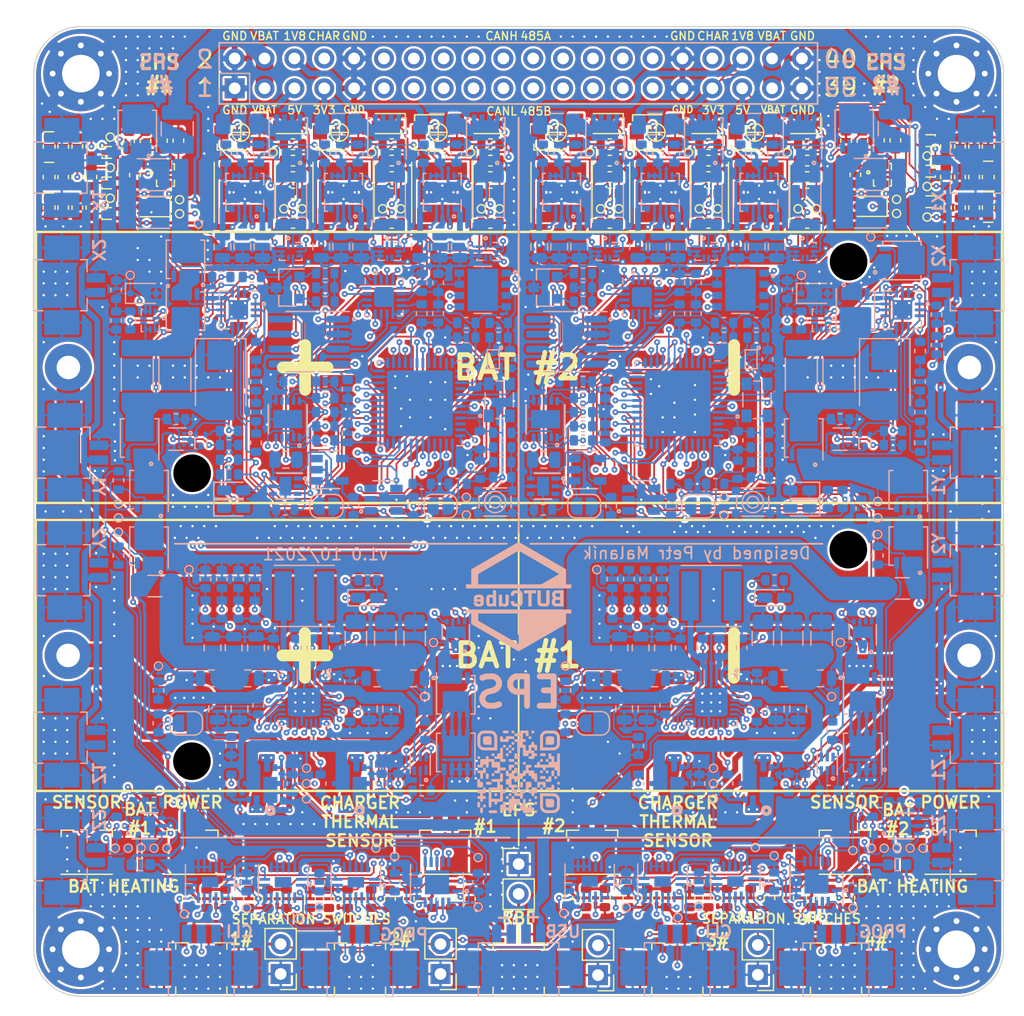
<source format=kicad_pcb>
(kicad_pcb (version 20210623) (generator pcbnew)

  (general
    (thickness 1)
  )

  (paper "A4")
  (title_block
    (title "BUTCube - EPS")
    (date "2021-08-20")
    (rev "v1.0")
    (company "VUT - FIT(STRaDe) & FME(IAE & IPE)")
    (comment 1 "Author: Petr Malaník")
  )

  (layers
    (0 "F.Cu" signal)
    (1 "In1.Cu" power)
    (2 "In2.Cu" mixed)
    (31 "B.Cu" signal)
    (32 "B.Adhes" user "B.Adhesive")
    (33 "F.Adhes" user "F.Adhesive")
    (34 "B.Paste" user)
    (35 "F.Paste" user)
    (36 "B.SilkS" user "B.Silkscreen")
    (37 "F.SilkS" user "F.Silkscreen")
    (38 "B.Mask" user)
    (39 "F.Mask" user)
    (40 "Dwgs.User" user "User.Drawings")
    (41 "Cmts.User" user "User.Comments")
    (42 "Eco1.User" user "User.Eco1")
    (43 "Eco2.User" user "User.Eco2")
    (44 "Edge.Cuts" user)
    (45 "Margin" user)
    (46 "B.CrtYd" user "B.Courtyard")
    (47 "F.CrtYd" user "F.Courtyard")
    (48 "B.Fab" user)
    (49 "F.Fab" user)
    (50 "User.1" user)
    (51 "User.2" user)
    (52 "User.3" user)
    (53 "User.4" user)
    (54 "User.5" user)
    (55 "User.6" user)
    (56 "User.7" user)
    (57 "User.8" user)
    (58 "User.9" user)
  )

  (setup
    (stackup
      (layer "F.SilkS" (type "Top Silk Screen"))
      (layer "F.Paste" (type "Top Solder Paste"))
      (layer "F.Mask" (type "Top Solder Mask") (color "Green") (thickness 0.01))
      (layer "F.Cu" (type "copper") (thickness 0.035))
      (layer "dielectric 1" (type "core") (thickness 0.28) (material "FR4") (epsilon_r 4.5) (loss_tangent 0.02))
      (layer "In1.Cu" (type "copper") (thickness 0.035))
      (layer "dielectric 2" (type "prepreg") (thickness 0.28) (material "FR4") (epsilon_r 4.5) (loss_tangent 0.02))
      (layer "In2.Cu" (type "copper") (thickness 0.035))
      (layer "dielectric 3" (type "core") (thickness 0.28) (material "FR4") (epsilon_r 4.5) (loss_tangent 0.02))
      (layer "B.Cu" (type "copper") (thickness 0.035))
      (layer "B.Mask" (type "Bottom Solder Mask") (color "Green") (thickness 0.01))
      (layer "B.Paste" (type "Bottom Solder Paste"))
      (layer "B.SilkS" (type "Bottom Silk Screen"))
      (copper_finish "Immersion gold")
      (dielectric_constraints no)
    )
    (pad_to_mask_clearance 0)
    (pcbplotparams
      (layerselection 0x00010f0_ffffffff)
      (disableapertmacros false)
      (usegerberextensions true)
      (usegerberattributes true)
      (usegerberadvancedattributes true)
      (creategerberjobfile true)
      (svguseinch false)
      (svgprecision 6)
      (excludeedgelayer true)
      (plotframeref false)
      (viasonmask false)
      (mode 1)
      (useauxorigin false)
      (hpglpennumber 1)
      (hpglpenspeed 20)
      (hpglpendiameter 15.000000)
      (dxfpolygonmode true)
      (dxfimperialunits true)
      (dxfusepcbnewfont true)
      (psnegative false)
      (psa4output false)
      (plotreference true)
      (plotvalue true)
      (plotinvisibletext false)
      (sketchpadsonfab false)
      (subtractmaskfromsilk false)
      (outputformat 1)
      (mirror false)
      (drillshape 0)
      (scaleselection 1)
      (outputdirectory "gerbers")
    )
  )

  (net 0 "")
  (net 1 "Net-(C1-Pad1)")
  (net 2 "/Unit #1/Battery charger/VBUS")
  (net 3 "/Unit #1/MCU/MCU_POWER")
  (net 4 "/Unit #1/Battery charger/SOLAR_IN")
  (net 5 "/USB power/USB_POWER")
  (net 6 "Net-(C6-Pad1)")
  (net 7 "Net-(C6-Pad2)")
  (net 8 "Net-(C7-Pad1)")
  (net 9 "GND")
  (net 10 "Net-(C7-Pad2)")
  (net 11 "Net-(C8-Pad1)")
  (net 12 "/Unit #1/Battery charger/PMID")
  (net 13 "/Unit #1/Battery charger/SYS")
  (net 14 "/Unit #1/Battery charger/REGN")
  (net 15 "/Unit #1/Activation control/PWR_OUT")
  (net 16 "Net-(C29-Pad1)")
  (net 17 "/Unit #1/MCU/OUT_CUR")
  (net 18 "Net-(C32-Pad1)")
  (net 19 "/Unit #1/MCU/VREF")
  (net 20 "Net-(C47-Pad1)")
  (net 21 "/Unit #2/MCU/MCU_POWER")
  (net 22 "/Unit #2/Battery charger/SOLAR_IN")
  (net 23 "Net-(C52-Pad1)")
  (net 24 "Net-(C52-Pad2)")
  (net 25 "Net-(C53-Pad1)")
  (net 26 "Net-(C53-Pad2)")
  (net 27 "Net-(C54-Pad1)")
  (net 28 "/Unit #2/Battery charger/PMID")
  (net 29 "/Unit #2/Battery charger/SYS")
  (net 30 "/Unit #2/Battery charger/REGN")
  (net 31 "/Unit #2/Activation control/PWR_OUT")
  (net 32 "Net-(C75-Pad1)")
  (net 33 "/Unit #2/MCU/OUT_CUR")
  (net 34 "Net-(C78-Pad1)")
  (net 35 "/Unit #2/MCU/VREF")
  (net 36 "Net-(C93-Pad1)")
  (net 37 "Net-(C94-Pad1)")
  (net 38 "/Unit #1/Output control/PWR_OUT")
  (net 39 "Net-(C96-Pad1)")
  (net 40 "Net-(C97-Pad1)")
  (net 41 "/Unit #2/Output control/PWR_OUT")
  (net 42 "Net-(C101-Pad1)")
  (net 43 "Net-(C102-Pad1)")
  (net 44 "Net-(C106-Pad1)")
  (net 45 "Net-(C107-Pad1)")
  (net 46 "Net-(C111-Pad1)")
  (net 47 "Net-(C112-Pad1)")
  (net 48 "Net-(C116-Pad1)")
  (net 49 "Net-(C117-Pad1)")
  (net 50 "Net-(C121-Pad1)")
  (net 51 "Net-(C122-Pad1)")
  (net 52 "/Unit #1/ADC/VBAT_CUR")
  (net 53 "/Unit #2/ADC/VBAT_CUR")
  (net 54 "Net-(C129-Pad1)")
  (net 55 "Net-(C130-Pad1)")
  (net 56 "Net-(C131-Pad1)")
  (net 57 "Net-(C132-Pad1)")
  (net 58 "Net-(C133-Pad1)")
  (net 59 "/Unit #2/Activation control/Activation logic/PWR_IN")
  (net 60 "Net-(C138-Pad1)")
  (net 61 "Net-(C139-Pad1)")
  (net 62 "Net-(C140-Pad1)")
  (net 63 "Net-(C141-Pad1)")
  (net 64 "Net-(C142-Pad1)")
  (net 65 "/Unit #1/Activation control/Activation logic/PWR_IN")
  (net 66 "Net-(D2-Pad2)")
  (net 67 "/Stack connector/CAN_L")
  (net 68 "/Stack connector/CAN_H")
  (net 69 "/Unit #1/ADC/1V8_CUR")
  (net 70 "/Unit #2/ADC/1V8_CUR")
  (net 71 "/Unit #1/ADC/3V3_CUR")
  (net 72 "/Unit #2/ADC/3V3_CUR")
  (net 73 "/Unit #1/ADC/5V_CUR")
  (net 74 "/Unit #2/ADC/5V_CUR")
  (net 75 "/Unit #1/Activation control/PWR_IN")
  (net 76 "/Unit #1/MCU/POWER")
  (net 77 "Net-(F3-Pad2)")
  (net 78 "/Unit #2/Activation control/PWR_IN")
  (net 79 "/Unit #2/MCU/POWER")
  (net 80 "Net-(F6-Pad2)")
  (net 81 "Net-(F7-Pad1)")
  (net 82 "/Unit #1/1V8")
  (net 83 "Net-(F8-Pad1)")
  (net 84 "/Unit #2/1V8")
  (net 85 "Net-(F9-Pad1)")
  (net 86 "/Unit #1/3V3")
  (net 87 "Net-(F10-Pad1)")
  (net 88 "/Unit #2/3V3")
  (net 89 "Net-(F11-Pad1)")
  (net 90 "/Unit #1/5V")
  (net 91 "Net-(F12-Pad1)")
  (net 92 "/Unit #2/5V")
  (net 93 "Net-(F13-Pad1)")
  (net 94 "/Unit #1/VBAT")
  (net 95 "Net-(F14-Pad1)")
  (net 96 "/Unit #2/VBAT")
  (net 97 "Net-(J7-Pad1)")
  (net 98 "/Unit #1/MCU/DBG_TX")
  (net 99 "/Unit #1/MCU/DBG_RX")
  (net 100 "/Unit #1/MCU/SWCLK")
  (net 101 "/Unit #1/MCU/SWDIO")
  (net 102 "/Unit #1/Battery temperature control/NTC_OUT")
  (net 103 "Net-(J11-Pad1)")
  (net 104 "/Stack connector/EPS#1_CHARGE")
  (net 105 "/Stack connector/RS_485_~{B}")
  (net 106 "/Stack connector/RS_485_A")
  (net 107 "/Stack connector/EPS#2_CHARGE")
  (net 108 "Net-(J19-Pad1)")
  (net 109 "/Unit #2/MCU/DBG_TX")
  (net 110 "/Unit #2/MCU/DBG_RX")
  (net 111 "/Unit #2/MCU/SWCLK")
  (net 112 "/Unit #2/MCU/SWDIO")
  (net 113 "/Unit #2/Battery temperature control/NTC_OUT")
  (net 114 "Net-(J23-Pad1)")
  (net 115 "/Activation switches/RBF_PIN")
  (net 116 "/Activation switches/SW_#1")
  (net 117 "/Activation switches/SW_#2")
  (net 118 "/Activation switches/SW_#3")
  (net 119 "/Activation switches/SW_#4")
  (net 120 "Net-(JP1-Pad2)")
  (net 121 "Net-(JP2-Pad1)")
  (net 122 "/Unit #1/MCU/NRST")
  (net 123 "Net-(JP3-Pad1)")
  (net 124 "Net-(JP3-Pad2)")
  (net 125 "Net-(JP4-Pad2)")
  (net 126 "Net-(JP5-Pad1)")
  (net 127 "/Unit #2/MCU/NRST")
  (net 128 "Net-(JP6-Pad1)")
  (net 129 "Net-(JP6-Pad2)")
  (net 130 "Net-(L3-Pad1)")
  (net 131 "Net-(L3-Pad2)")
  (net 132 "Net-(L4-Pad1)")
  (net 133 "Net-(L4-Pad2)")
  (net 134 "Net-(L5-Pad1)")
  (net 135 "Net-(L5-Pad2)")
  (net 136 "Net-(L6-Pad1)")
  (net 137 "Net-(L6-Pad2)")
  (net 138 "Net-(L7-Pad1)")
  (net 139 "Net-(L7-Pad2)")
  (net 140 "Net-(L8-Pad1)")
  (net 141 "Net-(L8-Pad2)")
  (net 142 "Net-(Q1-PadG1)")
  (net 143 "Net-(Q1-PadS1)")
  (net 144 "Net-(Q2-PadG1)")
  (net 145 "Net-(Q2-PadS1)")
  (net 146 "/Unit #1/Activation control/Activation logic/SEP_EN")
  (net 147 "Net-(Q3-Pad5)")
  (net 148 "/Unit #1/Activation control/Activation logic/RBF_EN")
  (net 149 "Net-(Q5-Pad1)")
  (net 150 "Net-(Q5-Pad3)")
  (net 151 "Net-(Q7-Pad1)")
  (net 152 "Net-(Q7-Pad4)")
  (net 153 "Net-(Q7-Pad5)")
  (net 154 "Net-(Q9-PadG1)")
  (net 155 "Net-(Q9-PadS1)")
  (net 156 "Net-(Q10-PadG1)")
  (net 157 "Net-(Q10-PadS1)")
  (net 158 "/Unit #2/Activation control/Activation logic/SEP_EN")
  (net 159 "Net-(Q11-Pad5)")
  (net 160 "/Unit #2/Activation control/Activation logic/RBF_EN")
  (net 161 "Net-(Q13-Pad1)")
  (net 162 "Net-(Q13-Pad3)")
  (net 163 "Net-(Q15-Pad1)")
  (net 164 "Net-(Q15-Pad4)")
  (net 165 "Net-(Q15-Pad5)")
  (net 166 "Net-(Q17-Pad4)")
  (net 167 "Net-(Q17-Pad5)")
  (net 168 "Net-(Q18-Pad1)")
  (net 169 "Net-(Q18-Pad4)")
  (net 170 "Net-(Q19-Pad4)")
  (net 171 "Net-(Q19-Pad5)")
  (net 172 "Net-(Q20-Pad1)")
  (net 173 "Net-(Q20-Pad4)")
  (net 174 "/Unit #1/Power supplies/Power_supply_1V8/PER_POWER")
  (net 175 "/Unit #1/MCU/1V8_EN")
  (net 176 "/Unit #2/Power supplies/Power_supply_1V8/PER_POWER")
  (net 177 "/Unit #2/MCU/1V8_EN")
  (net 178 "/Unit #1/MCU/3V3_EN")
  (net 179 "/Unit #2/MCU/3V3_EN")
  (net 180 "/Unit #1/Power supplies/Power_supply_5V/PER_POWER")
  (net 181 "/Unit #1/MCU/5V_EN")
  (net 182 "/Unit #2/Power supplies/Power_supply_5V/PER_POWER")
  (net 183 "/Unit #2/MCU/5V_EN")
  (net 184 "Net-(Q27-Pad1)")
  (net 185 "/Unit #1/MCU/VBAT_EN")
  (net 186 "Net-(Q28-Pad1)")
  (net 187 "/Unit #2/MCU/VBAT_EN")
  (net 188 "/Unit #1/Battery charger/D+")
  (net 189 "/Unit #1/Battery charger/D-")
  (net 190 "Net-(R5-Pad2)")
  (net 191 "Net-(R6-Pad2)")
  (net 192 "Net-(R7-Pad1)")
  (net 193 "Net-(R8-Pad2)")
  (net 194 "Net-(D1-Pad2)")
  (net 195 "Net-(R11-Pad1)")
  (net 196 "Net-(R16-Pad2)")
  (net 197 "Net-(R17-Pad2)")
  (net 198 "Net-(R18-Pad2)")
  (net 199 "Net-(R21-Pad2)")
  (net 200 "Net-(R22-Pad1)")
  (net 201 "Net-(R24-Pad2)")
  (net 202 "/Unit #1/MCU/VBAT")
  (net 203 "/Unit #1/MCU/VDDUSB")
  (net 204 "Net-(R30-Pad1)")
  (net 205 "/Unit #1/MCU/CAN_RS")
  (net 206 "/Unit #1/MCU/RS_485_R_EN")
  (net 207 "/Unit #1/MCU/RS_485_T_EN")
  (net 208 "/Unit #1/Battery temperature control/EN")
  (net 209 "/Unit #1/Battery temperature control/NTC_REF")
  (net 210 "/Unit #2/Battery charger/D+")
  (net 211 "/Unit #2/Battery charger/D-")
  (net 212 "Net-(R47-Pad2)")
  (net 213 "Net-(R57-Pad2)")
  (net 214 "/Unit #2/MCU/VBAT")
  (net 215 "/Unit #2/MCU/VDDUSB")
  (net 216 "/Unit #2/MCU/CAN_RS")
  (net 217 "/Unit #2/MCU/RS_485_R_EN")
  (net 218 "/Unit #2/MCU/RS_485_T_EN")
  (net 219 "/Unit #2/Battery temperature control/EN")
  (net 220 "/Unit #2/Battery temperature control/NTC_REF")
  (net 221 "Net-(R82-Pad1)")
  (net 222 "Net-(R91-Pad2)")
  (net 223 "Net-(R98-Pad2)")
  (net 224 "Net-(R105-Pad2)")
  (net 225 "Net-(R112-Pad2)")
  (net 226 "Net-(R119-Pad2)")
  (net 227 "/Unit #1/Battery temperature control/~{FAULT}")
  (net 228 "/Unit #2/Battery temperature control/~{FAULT}")
  (net 229 "Net-(TP61-Pad1)")
  (net 230 "Net-(TP62-Pad1)")
  (net 231 "Net-(TP63-Pad1)")
  (net 232 "Net-(TP64-Pad1)")
  (net 233 "Net-(TP67-Pad1)")
  (net 234 "Net-(TP69-Pad1)")
  (net 235 "Net-(TP70-Pad1)")
  (net 236 "Net-(TP71-Pad1)")
  (net 237 "Net-(TP72-Pad1)")
  (net 238 "Net-(TP75-Pad1)")
  (net 239 "/Unit #1/ADC/~{CS}")
  (net 240 "/Unit #1/MCU/SPI_MISO")
  (net 241 "/Unit #1/MCU/SPI_SCK")
  (net 242 "/Unit #1/MCU/SPI_MOSI")
  (net 243 "Net-(D1-Pad1)")
  (net 244 "/Unit #1/Battery charger/SCL")
  (net 245 "/Unit #1/Battery charger/SDA")
  (net 246 "/Unit #1/Battery charger/~{INT}")
  (net 247 "/Unit #1/MCU/WDG_RESET")
  (net 248 "/Unit #1/MCU/FRAM_CS")
  (net 249 "/Unit #1/MCU/LSE")
  (net 250 "/Unit #1/MCU/HSE")
  (net 251 "/Unit #1/Battery charger/BAT_ALERT")
  (net 252 "/Unit #1/MCU/RS_485_R")
  (net 253 "/Unit #1/MCU/RS_485_T")
  (net 254 "/Unit #1/MCU/CAN_RX")
  (net 255 "/Unit #1/MCU/CAN_TX")
  (net 256 "/Unit #2/ADC/~{CS}")
  (net 257 "/Unit #2/MCU/SPI_MISO")
  (net 258 "/Unit #2/MCU/SPI_SCK")
  (net 259 "/Unit #2/MCU/SPI_MOSI")
  (net 260 "Net-(D5-Pad1)")
  (net 261 "/Unit #2/Battery charger/SCL")
  (net 262 "/Unit #2/Battery charger/SDA")
  (net 263 "/Unit #2/Battery charger/~{INT}")
  (net 264 "/Unit #2/MCU/WDG_RESET")
  (net 265 "/Unit #2/MCU/FRAM_CS")
  (net 266 "/Unit #2/MCU/LSE")
  (net 267 "/Unit #2/MCU/HSE")
  (net 268 "/Unit #2/Battery charger/BAT_ALERT")
  (net 269 "/Unit #2/MCU/RS_485_R")
  (net 270 "/Unit #2/MCU/RS_485_T")
  (net 271 "/Unit #2/MCU/CAN_RX")
  (net 272 "/Unit #2/MCU/CAN_TX")
  (net 273 "Net-(U52-Pad6)")
  (net 274 "Net-(U53-Pad8)")
  (net 275 "Net-(U54-Pad12)")
  (net 276 "Net-(U48-Pad6)")
  (net 277 "Net-(U48-Pad8)")
  (net 278 "Net-(U48-Pad12)")
  (net 279 "Net-(U49-Pad10)")
  (net 280 "Net-(U49-Pad8)")
  (net 281 "Net-(U49-Pad12)")
  (net 282 "Net-(U50-Pad12)")
  (net 283 "Net-(U52-Pad8)")
  (net 284 "Net-(U52-Pad12)")
  (net 285 "Net-(U53-Pad10)")
  (net 286 "Net-(U53-Pad12)")
  (net 287 "Net-(D4-Pad1)")
  (net 288 "Net-(D7-Pad1)")
  (net 289 "Net-(D7-Pad2)")
  (net 290 "Net-(D8-Pad2)")
  (net 291 "Net-(D10-Pad1)")
  (net 292 "Net-(D11-Pad1)")
  (net 293 "/Unit #1/MCU/LED1")
  (net 294 "/Unit #1/MCU/LED2")
  (net 295 "Net-(R41-Pad1)")
  (net 296 "Net-(R46-Pad2)")
  (net 297 "Net-(R48-Pad1)")
  (net 298 "Net-(R49-Pad2)")
  (net 299 "Net-(R52-Pad1)")
  (net 300 "Net-(R58-Pad2)")
  (net 301 "Net-(R59-Pad2)")
  (net 302 "Net-(R62-Pad2)")
  (net 303 "Net-(R63-Pad1)")
  (net 304 "Net-(R65-Pad2)")
  (net 305 "Net-(R71-Pad1)")
  (net 306 "/Unit #2/MCU/LED1")
  (net 307 "/Unit #2/MCU/LED2")
  (net 308 "Net-(R84-Pad1)")
  (net 309 "Net-(R86-Pad1)")
  (net 310 "Net-(R88-Pad2)")
  (net 311 "Net-(R89-Pad1)")
  (net 312 "Net-(R95-Pad2)")
  (net 313 "Net-(R96-Pad1)")
  (net 314 "Net-(R102-Pad2)")
  (net 315 "Net-(R103-Pad1)")
  (net 316 "Net-(R109-Pad2)")
  (net 317 "Net-(R110-Pad1)")
  (net 318 "Net-(R116-Pad2)")
  (net 319 "Net-(R117-Pad1)")
  (net 320 "Net-(R123-Pad2)")
  (net 321 "Net-(R124-Pad1)")
  (net 322 "Net-(R126-Pad2)")
  (net 323 "Net-(R132-Pad2)")
  (net 324 "Net-(R137-Pad2)")
  (net 325 "/Unit #1/Battery charger/BAT+")
  (net 326 "/Unit #2/Battery charger/BAT+")
  (net 327 "/Unit #1/ADC/VBAT_DIV")
  (net 328 "/Unit #1/ADC/3V3_DIV")
  (net 329 "/Unit #1/ADC/5V_DIV")
  (net 330 "/Unit #2/ADC/VBAT_DIV")
  (net 331 "/Unit #2/ADC/3V3_DIV")
  (net 332 "/Unit #2/ADC/5V_DIV")
  (net 333 "unconnected-(J12-Pad11)")
  (net 334 "unconnected-(J12-Pad12)")
  (net 335 "unconnected-(J12-Pad13)")
  (net 336 "unconnected-(J12-Pad14)")
  (net 337 "unconnected-(J12-Pad15)")
  (net 338 "unconnected-(J12-Pad16)")
  (net 339 "unconnected-(J12-Pad17)")
  (net 340 "unconnected-(J12-Pad18)")
  (net 341 "unconnected-(J12-Pad23)")
  (net 342 "unconnected-(J12-Pad24)")
  (net 343 "unconnected-(J12-Pad25)")
  (net 344 "unconnected-(J12-Pad26)")
  (net 345 "unconnected-(J12-Pad27)")
  (net 346 "unconnected-(J12-Pad28)")
  (net 347 "unconnected-(J12-Pad29)")
  (net 348 "unconnected-(J12-Pad30)")
  (net 349 "/Unit #1/ADC/CONV_EN")
  (net 350 "Net-(Q29-Pad3)")
  (net 351 "Net-(Q30-Pad3)")
  (net 352 "Net-(Q31-Pad3)")
  (net 353 "/Unit #2/ADC/CONV_EN")
  (net 354 "Net-(Q32-Pad3)")
  (net 355 "Net-(Q33-Pad3)")
  (net 356 "Net-(Q34-Pad3)")
  (net 357 "unconnected-(U6-Pad3)")
  (net 358 "unconnected-(U8-Pad3)")
  (net 359 "unconnected-(U9-Pad4)")
  (net 360 "unconnected-(U9-Pad10)")
  (net 361 "unconnected-(U10-Pad3)")
  (net 362 "unconnected-(U12-Pad7)")
  (net 363 "unconnected-(U19-Pad3)")
  (net 364 "unconnected-(U21-Pad3)")
  (net 365 "unconnected-(U22-Pad4)")
  (net 366 "unconnected-(U22-Pad10)")
  (net 367 "unconnected-(U23-Pad3)")
  (net 368 "unconnected-(U25-Pad7)")
  (net 369 "unconnected-(U27-Pad1)")
  (net 370 "unconnected-(U30-Pad1)")
  (net 371 "unconnected-(U50-Pad8)")
  (net 372 "unconnected-(U54-Pad8)")
  (net 373 "unconnected-(X1-Pad1)")
  (net 374 "unconnected-(X3-Pad1)")
  (net 375 "/Unit #2/Battery charger/VBUS")

  (footprint "Diode_SMD:D_SOD-323F" (layer "F.Cu") (at 95.1 59.325 180))

  (footprint "TCY_passives:R_0603_1608Metric" (layer "F.Cu") (at 163.8 54.2 90))

  (footprint "TCY_passives:R_0603_1608Metric" (layer "F.Cu") (at 93.1 53.725 90))

  (footprint "TCY_passives:D_0603_1608Metric" (layer "F.Cu") (at 86.3 56.8 -90))

  (footprint "MountingHole:MountingHole_3.2mm_M3_Pad_Via" (layer "F.Cu") (at 89 122.5))

  (footprint "TCY_passives:R_0603_1608Metric" (layer "F.Cu") (at 107.05 58.2))

  (footprint "TCY_connectors:TestPoint_Pad_D0.5mm" (layer "F.Cu") (at 158.4 59.9))

  (footprint "TCY_connectors:Amphenol_10114830-11102LF_1x02_P1.25mm_Horizontal" (layer "F.Cu") (at 99.25 122))

  (footprint "TCY_passives:R_0603_1608Metric" (layer "F.Cu") (at 113.7 118.2 -90))

  (footprint "TCY_passives:R_0603_1608Metric" (layer "F.Cu") (at 151.187255 118.138244 -90))

  (footprint "TCY_passives:R_0603_1608Metric" (layer "F.Cu") (at 162.6 54.2 -90))

  (footprint "TCY_IC:DFN-3_1.2x1.2mm" (layer "F.Cu") (at 161 53.7))

  (footprint "Connector_PinHeader_2.54mm:PinHeader_1x02_P2.54mm_Vertical" (layer "F.Cu") (at 146.6 124.675 180))

  (footprint "TCY_passives:R_0603_1608Metric" (layer "F.Cu") (at 115.45 55.4))

  (footprint "TCY_passives:R_0603_1608Metric" (layer "F.Cu") (at 150.8 54 180))

  (footprint "TCY_passives:R_0603_1608Metric" (layer "F.Cu") (at 89.9 54.2 90))

  (footprint "TCY_passives:R_0603_1608Metric" (layer "F.Cu") (at 131.987255 118.138244 90))

  (footprint "TCY_passives:D_0603_1608Metric" (layer "F.Cu") (at 86.3 54.2 -90))

  (footprint "TCY_passives:C_0603_1608Metric" (layer "F.Cu") (at 165 54.2 90))

  (footprint "TCY_passives:R_0603_1608Metric" (layer "F.Cu") (at 88.7 54.2 -90))

  (footprint "TCY_connectors:TestPoint_Pad_D0.5mm" (layer "F.Cu") (at 114.675 59.5))

  (footprint "TCY_passives:R_0603_1608Metric" (layer "F.Cu") (at 89.9 56.8 90))

  (footprint "TCY_connectors:TestPoint_Pad_D0.5mm" (layer "F.Cu") (at 107.825 59.5))

  (footprint "TCY_connectors:TestPoint_Pad_D0.5mm" (layer "F.Cu") (at 124.625 59.5))

  (footprint "TCY_IC:DFN-3_1.2x1.2mm" (layer "F.Cu") (at 91.5 54.7 180))

  (footprint "Diode_SMD:D_SOD-323F" (layer "F.Cu") (at 106.7 52.25 180))

  (footprint "TCY_passives:C_0603_1608Metric" (layer "F.Cu") (at 138.787255 118.138244 -90))

  (footprint "TCY_passives:R_0603_1608Metric" (layer "F.Cu") (at 120.5 118.2 90))

  (footprint "Diode_SMD:D_SOD-323F" (layer "F.Cu") (at 133.65 52.25 180))

  (footprint "Package_DFN_QFN:UQFN-10_1.4x1.8mm_P0.4mm" (layer "F.Cu") (at 157.2 56.6))

  (footprint "TCY_connectors:TestPoint_Pad_D0.5mm" (layer "F.Cu") (at 105.35 54.7))

  (footprint "TCY_passives:C_0603_1608Metric" (layer "F.Cu") (at 93.6 56.625 90))

  (footprint "TCY_passives:C_0603_1608Metric" (layer "F.Cu") (at 115.45 60.7))

  (footprint "TCY_connectors:TestPoint_Pad_D0.5mm" (layer "F.Cu") (at 143.175 59.5))

  (footprint "TCY_connectors:Amphenol_10114830-11102LF_1x02_P1.25mm_Horizontal" (layer "F.Cu") (at 126.25 122.02))

  (footprint "TCY_passives:R_0603_1608Metric" (layer "F.Cu") (at 123.85 54 180))

  (footprint "TCY_passives:RV_3x3.6" (layer "F.Cu") (at 102.6 53 90))

  (footprint "TCY_passives:R_0603_1608Metric" (layer "F.Cu") (at 137.187255 118.138244 90))

  (footprint "TCY_passives:R_0603_1608Metric" (layer "F.Cu") (at 115.3 118.2 90))

  (footprint "TCY_passives:R_0603_1608Metric" (layer "F.Cu") (at 147.587255 118.138244 90))

  (footprint "TCY_connectors:TestPoint_Pad_D0.5mm" (layer "F.Cu") (at 158.4 58.7))

  (footprint "TCY_IC:DFN-3_1.2x1.2mm" (layer "F.Cu") (at 161 58.9))

  (footprint "TCY_passives:C_0603_1608Metric" (layer "F.Cu") (at 154.387255 118.138244 -90))

  (footprint "TCY_passives:C_0603_1608Metric" (layer "F.Cu") (at 106.5 118.2 -90))

  (footprint "Diode_SMD:D_SOD-323F" (layer "F.Cu") (at 123.5 52.25 180))

  (footprint "TCY_passives:R_0603_1608Metric" (layer "F.Cu") (at 94.5 53.725 90))

  (footprint "TCY_connectors:TestPoint_Pad_D0.5mm" (layer "F.Cu") (at 140.7 54.7))

  (footprint "TCY_connectors:TestPoint_Pad_D0.5mm" (layer "F.Cu") (at 150.025 59.5))

  (footprint "TCY_passives:R_0603_1608Metric" (layer "F.Cu") (at 145.987255 118.138244 -90))

  (footprint "TCY_passives:R_0603_1608Metric" (layer "F.Cu") (at 150.8 56.8 180))

  (footprint "TCY_passives:R_0603_1608Metric" (layer "F.Cu") (at 89.9 59.4 90))

  (footprint "Inductor_SMD:L_Taiyo-Yuden_MD-5050" (layer "F.Cu") (at 129.9 58.1 -90))

  (footprint "TCY_passives:C_0603_1608Metric" (layer "F.Cu") (at 156.9 53.675 90))

  (footprint "TCY_connectors:TestPoint_Pad_D0.5mm" (layer "F.Cu") (at 97.4 59.925))

  (footprint "TCY_connectors:TestPoint_Pad_D0.5mm" (layer "F.Cu") (at 132.3 54.7))

  (footprint "Inductor_SMD:L_Taiyo-Yuden_MD-5050" (layer "F.Cu") (at 119.75 58.1 -90))

  (footprint "TCY_passives:R_0603_1608Metric" (layer "F.Cu") (at 155.5 53.7 90))

  (footprint "TCY_passives:R_0603_1608Metric" (layer "F.Cu") (at 150.8 58.2))

  (footprint "Connector_PinHeader_2.54mm:PinHeader_1x02_P2.54mm_Vertical" (layer "F.Cu") (at 106 124.6 180))

  (footprint "TCY_passives:R_0603_1608Metric" (layer "F.Cu") (at 107.05 54 180))

  (footprint "TCY_passives:C_0603_1608Metric" (layer "F.Cu") (at 165 59.4 90))

  (footprint "TCY_passives:R_0603_1608Metric" (layer "F.Cu") (at 150.8 55.4))

  (footprint "TCY_passives:C_0603_1608Metric" (layer "F.Cu") (at 116.9 118.2 -90))

  (footprint "TCY_passives:R_0603_1608Metric" (layer "F.Cu") (at 154.1 53.7 90))

  (footprint "Package_DFN_QFN:UQFN-10_1.4x1.8mm_P0.4mm" (layer "F.Cu")
    (tedit 5A2A91D4) (tstamp 6fcd3d2c-36d3-423d-8e2c-23dac20131b9)
    (at 96.2 56.625)
    (descr "UQFN 10pin, https://www.onsemi.com/pub/Collateral/488AT.PDF")
    (tags "UQFN-10_1.4x1.8mm_P0.4mm")
    (property "Sheetfile" "Power_VBAT.kicad_sch")
    (property "Sheetname" "Power_VBAT")
    (path "/3fbfe5f5-450c-4c51-813c-f3d5ddddd4e3/e90aa45b-e371-4d9f-a40f-45b62d6b0cc2/4813e8c7-3f5a-4c5f-98f0-ec2a381e611e/4bc5bfce-3c4b-49ff-9663-b05430efc8b8")
    (attr smd)
    (fp_text reference "U45" (at 0 -2) (layer "F.SilkS") hide
      (effects (font (size 1 1) (thickness 0.15)))
      (tstamp 2536d4d6-7fe0-4e32-9806-e50fdf6ade3a)
    )
    (fp_text value "INA199x2" (at 0 2) (layer "F.Fab")
      (effects (font (size 1 1) (thickness 0.15)))
      (tstamp f1b0f1d0-f76b-42da-a158-6ff28f8eadb5)
    )
    (fp_text user "${REFERENCE}" (at 0 0) (layer "F.Fab") hide
      (effects (font (size 0.5 0.5) (thickness 0.05)))
      (tstamp 18fb1093-2330-4829-9935-a6e317da6020)
    )
    (fp_line (start -0.76 0.96) (end -0.76 0.425) (layer "F.SilkS") (width 0.12) (tstamp 17e17e0f-c3dc-4eca-9c64-c01ec286b384))
    (fp_line (start 0.76 0.96) (end 0.625 0.96) (layer "F.SilkS") (width 0.12) (tstamp 346d2651-bc2a-436a-b11e-a270a846830e))
    (fp_line (start 0.76 0.96) (end 0.76 0.425) (layer "F.SilkS") (width 0.12) (tstamp 51525e0a-6ae8-4438-8c59-8974c93bc818))
    (fp_line (start 0.76 -0.425) (end 0.76 -0.96) (layer "F.SilkS") (width 0.12) (tstamp 842cbdb1-0da3-4b0e-988a-951afed495e5))
    (fp_line (start 0.76 -0.96) (end 0.625 -0.96) (layer "F.SilkS") (width 0.12) (tstamp 9152e217-5465-4b5e-8795-57095b927576))
    (fp_line (start -0.625 0.96) (end -0.76 0.96) (layer "F.SilkS") (width 0.12) (tstamp c570c45a-6333-484e-b7c1-bd62e1943d21))
    (fp_line (start 1.1 -1.3) (end -1.1 -1.3) (layer "F.CrtYd") (width 0.05) (tstamp 598bffb3-bc73-4130-9747-677818014eeb))
 
... [9000056 chars truncated]
</source>
